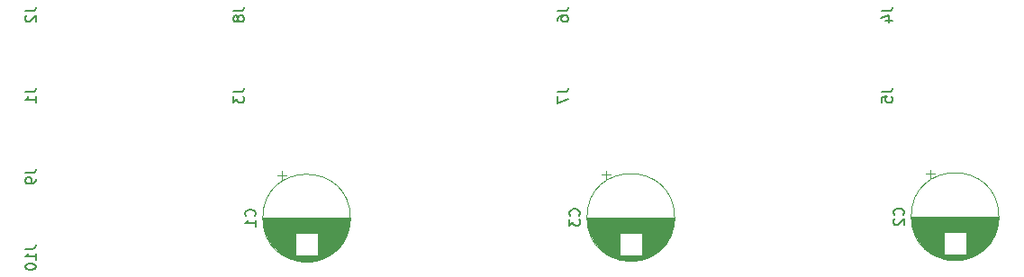
<source format=gbr>
%TF.GenerationSoftware,KiCad,Pcbnew,7.0.7*%
%TF.CreationDate,2023-09-27T10:11:38+07:00*%
%TF.ProjectId,power_module,706f7765-725f-46d6-9f64-756c652e6b69,rev?*%
%TF.SameCoordinates,Original*%
%TF.FileFunction,Legend,Bot*%
%TF.FilePolarity,Positive*%
%FSLAX46Y46*%
G04 Gerber Fmt 4.6, Leading zero omitted, Abs format (unit mm)*
G04 Created by KiCad (PCBNEW 7.0.7) date 2023-09-27 10:11:38*
%MOMM*%
%LPD*%
G01*
G04 APERTURE LIST*
%ADD10C,0.150000*%
%ADD11C,0.120000*%
G04 APERTURE END LIST*
D10*
X53556819Y-80470476D02*
X54271104Y-80470476D01*
X54271104Y-80470476D02*
X54413961Y-80422857D01*
X54413961Y-80422857D02*
X54509200Y-80327619D01*
X54509200Y-80327619D02*
X54556819Y-80184762D01*
X54556819Y-80184762D02*
X54556819Y-80089524D01*
X54556819Y-81470476D02*
X54556819Y-80899048D01*
X54556819Y-81184762D02*
X53556819Y-81184762D01*
X53556819Y-81184762D02*
X53699676Y-81089524D01*
X53699676Y-81089524D02*
X53794914Y-80994286D01*
X53794914Y-80994286D02*
X53842533Y-80899048D01*
X53556819Y-82089524D02*
X53556819Y-82184762D01*
X53556819Y-82184762D02*
X53604438Y-82280000D01*
X53604438Y-82280000D02*
X53652057Y-82327619D01*
X53652057Y-82327619D02*
X53747295Y-82375238D01*
X53747295Y-82375238D02*
X53937771Y-82422857D01*
X53937771Y-82422857D02*
X54175866Y-82422857D01*
X54175866Y-82422857D02*
X54366342Y-82375238D01*
X54366342Y-82375238D02*
X54461580Y-82327619D01*
X54461580Y-82327619D02*
X54509200Y-82280000D01*
X54509200Y-82280000D02*
X54556819Y-82184762D01*
X54556819Y-82184762D02*
X54556819Y-82089524D01*
X54556819Y-82089524D02*
X54509200Y-81994286D01*
X54509200Y-81994286D02*
X54461580Y-81946667D01*
X54461580Y-81946667D02*
X54366342Y-81899048D01*
X54366342Y-81899048D02*
X54175866Y-81851429D01*
X54175866Y-81851429D02*
X53937771Y-81851429D01*
X53937771Y-81851429D02*
X53747295Y-81899048D01*
X53747295Y-81899048D02*
X53652057Y-81946667D01*
X53652057Y-81946667D02*
X53604438Y-81994286D01*
X53604438Y-81994286D02*
X53556819Y-82089524D01*
X53556819Y-73326666D02*
X54271104Y-73326666D01*
X54271104Y-73326666D02*
X54413961Y-73279047D01*
X54413961Y-73279047D02*
X54509200Y-73183809D01*
X54509200Y-73183809D02*
X54556819Y-73040952D01*
X54556819Y-73040952D02*
X54556819Y-72945714D01*
X54556819Y-73850476D02*
X54556819Y-74040952D01*
X54556819Y-74040952D02*
X54509200Y-74136190D01*
X54509200Y-74136190D02*
X54461580Y-74183809D01*
X54461580Y-74183809D02*
X54318723Y-74279047D01*
X54318723Y-74279047D02*
X54128247Y-74326666D01*
X54128247Y-74326666D02*
X53747295Y-74326666D01*
X53747295Y-74326666D02*
X53652057Y-74279047D01*
X53652057Y-74279047D02*
X53604438Y-74231428D01*
X53604438Y-74231428D02*
X53556819Y-74136190D01*
X53556819Y-74136190D02*
X53556819Y-73945714D01*
X53556819Y-73945714D02*
X53604438Y-73850476D01*
X53604438Y-73850476D02*
X53652057Y-73802857D01*
X53652057Y-73802857D02*
X53747295Y-73755238D01*
X53747295Y-73755238D02*
X53985390Y-73755238D01*
X53985390Y-73755238D02*
X54080628Y-73802857D01*
X54080628Y-73802857D02*
X54128247Y-73850476D01*
X54128247Y-73850476D02*
X54175866Y-73945714D01*
X54175866Y-73945714D02*
X54175866Y-74136190D01*
X54175866Y-74136190D02*
X54128247Y-74231428D01*
X54128247Y-74231428D02*
X54080628Y-74279047D01*
X54080628Y-74279047D02*
X53985390Y-74326666D01*
X105599580Y-77343333D02*
X105647200Y-77295714D01*
X105647200Y-77295714D02*
X105694819Y-77152857D01*
X105694819Y-77152857D02*
X105694819Y-77057619D01*
X105694819Y-77057619D02*
X105647200Y-76914762D01*
X105647200Y-76914762D02*
X105551961Y-76819524D01*
X105551961Y-76819524D02*
X105456723Y-76771905D01*
X105456723Y-76771905D02*
X105266247Y-76724286D01*
X105266247Y-76724286D02*
X105123390Y-76724286D01*
X105123390Y-76724286D02*
X104932914Y-76771905D01*
X104932914Y-76771905D02*
X104837676Y-76819524D01*
X104837676Y-76819524D02*
X104742438Y-76914762D01*
X104742438Y-76914762D02*
X104694819Y-77057619D01*
X104694819Y-77057619D02*
X104694819Y-77152857D01*
X104694819Y-77152857D02*
X104742438Y-77295714D01*
X104742438Y-77295714D02*
X104790057Y-77343333D01*
X104694819Y-77676667D02*
X104694819Y-78295714D01*
X104694819Y-78295714D02*
X105075771Y-77962381D01*
X105075771Y-77962381D02*
X105075771Y-78105238D01*
X105075771Y-78105238D02*
X105123390Y-78200476D01*
X105123390Y-78200476D02*
X105171009Y-78248095D01*
X105171009Y-78248095D02*
X105266247Y-78295714D01*
X105266247Y-78295714D02*
X105504342Y-78295714D01*
X105504342Y-78295714D02*
X105599580Y-78248095D01*
X105599580Y-78248095D02*
X105647200Y-78200476D01*
X105647200Y-78200476D02*
X105694819Y-78105238D01*
X105694819Y-78105238D02*
X105694819Y-77819524D01*
X105694819Y-77819524D02*
X105647200Y-77724286D01*
X105647200Y-77724286D02*
X105599580Y-77676667D01*
X136079580Y-77263333D02*
X136127200Y-77215714D01*
X136127200Y-77215714D02*
X136174819Y-77072857D01*
X136174819Y-77072857D02*
X136174819Y-76977619D01*
X136174819Y-76977619D02*
X136127200Y-76834762D01*
X136127200Y-76834762D02*
X136031961Y-76739524D01*
X136031961Y-76739524D02*
X135936723Y-76691905D01*
X135936723Y-76691905D02*
X135746247Y-76644286D01*
X135746247Y-76644286D02*
X135603390Y-76644286D01*
X135603390Y-76644286D02*
X135412914Y-76691905D01*
X135412914Y-76691905D02*
X135317676Y-76739524D01*
X135317676Y-76739524D02*
X135222438Y-76834762D01*
X135222438Y-76834762D02*
X135174819Y-76977619D01*
X135174819Y-76977619D02*
X135174819Y-77072857D01*
X135174819Y-77072857D02*
X135222438Y-77215714D01*
X135222438Y-77215714D02*
X135270057Y-77263333D01*
X135270057Y-77644286D02*
X135222438Y-77691905D01*
X135222438Y-77691905D02*
X135174819Y-77787143D01*
X135174819Y-77787143D02*
X135174819Y-78025238D01*
X135174819Y-78025238D02*
X135222438Y-78120476D01*
X135222438Y-78120476D02*
X135270057Y-78168095D01*
X135270057Y-78168095D02*
X135365295Y-78215714D01*
X135365295Y-78215714D02*
X135460533Y-78215714D01*
X135460533Y-78215714D02*
X135603390Y-78168095D01*
X135603390Y-78168095D02*
X136174819Y-77596667D01*
X136174819Y-77596667D02*
X136174819Y-78215714D01*
X75119580Y-77400682D02*
X75167200Y-77353063D01*
X75167200Y-77353063D02*
X75214819Y-77210206D01*
X75214819Y-77210206D02*
X75214819Y-77114968D01*
X75214819Y-77114968D02*
X75167200Y-76972111D01*
X75167200Y-76972111D02*
X75071961Y-76876873D01*
X75071961Y-76876873D02*
X74976723Y-76829254D01*
X74976723Y-76829254D02*
X74786247Y-76781635D01*
X74786247Y-76781635D02*
X74643390Y-76781635D01*
X74643390Y-76781635D02*
X74452914Y-76829254D01*
X74452914Y-76829254D02*
X74357676Y-76876873D01*
X74357676Y-76876873D02*
X74262438Y-76972111D01*
X74262438Y-76972111D02*
X74214819Y-77114968D01*
X74214819Y-77114968D02*
X74214819Y-77210206D01*
X74214819Y-77210206D02*
X74262438Y-77353063D01*
X74262438Y-77353063D02*
X74310057Y-77400682D01*
X75214819Y-78353063D02*
X75214819Y-77781635D01*
X75214819Y-78067349D02*
X74214819Y-78067349D01*
X74214819Y-78067349D02*
X74357676Y-77972111D01*
X74357676Y-77972111D02*
X74452914Y-77876873D01*
X74452914Y-77876873D02*
X74500533Y-77781635D01*
X73114819Y-58086666D02*
X73829104Y-58086666D01*
X73829104Y-58086666D02*
X73971961Y-58039047D01*
X73971961Y-58039047D02*
X74067200Y-57943809D01*
X74067200Y-57943809D02*
X74114819Y-57800952D01*
X74114819Y-57800952D02*
X74114819Y-57705714D01*
X73543390Y-58705714D02*
X73495771Y-58610476D01*
X73495771Y-58610476D02*
X73448152Y-58562857D01*
X73448152Y-58562857D02*
X73352914Y-58515238D01*
X73352914Y-58515238D02*
X73305295Y-58515238D01*
X73305295Y-58515238D02*
X73210057Y-58562857D01*
X73210057Y-58562857D02*
X73162438Y-58610476D01*
X73162438Y-58610476D02*
X73114819Y-58705714D01*
X73114819Y-58705714D02*
X73114819Y-58896190D01*
X73114819Y-58896190D02*
X73162438Y-58991428D01*
X73162438Y-58991428D02*
X73210057Y-59039047D01*
X73210057Y-59039047D02*
X73305295Y-59086666D01*
X73305295Y-59086666D02*
X73352914Y-59086666D01*
X73352914Y-59086666D02*
X73448152Y-59039047D01*
X73448152Y-59039047D02*
X73495771Y-58991428D01*
X73495771Y-58991428D02*
X73543390Y-58896190D01*
X73543390Y-58896190D02*
X73543390Y-58705714D01*
X73543390Y-58705714D02*
X73591009Y-58610476D01*
X73591009Y-58610476D02*
X73638628Y-58562857D01*
X73638628Y-58562857D02*
X73733866Y-58515238D01*
X73733866Y-58515238D02*
X73924342Y-58515238D01*
X73924342Y-58515238D02*
X74019580Y-58562857D01*
X74019580Y-58562857D02*
X74067200Y-58610476D01*
X74067200Y-58610476D02*
X74114819Y-58705714D01*
X74114819Y-58705714D02*
X74114819Y-58896190D01*
X74114819Y-58896190D02*
X74067200Y-58991428D01*
X74067200Y-58991428D02*
X74019580Y-59039047D01*
X74019580Y-59039047D02*
X73924342Y-59086666D01*
X73924342Y-59086666D02*
X73733866Y-59086666D01*
X73733866Y-59086666D02*
X73638628Y-59039047D01*
X73638628Y-59039047D02*
X73591009Y-58991428D01*
X73591009Y-58991428D02*
X73543390Y-58896190D01*
X103594819Y-65706666D02*
X104309104Y-65706666D01*
X104309104Y-65706666D02*
X104451961Y-65659047D01*
X104451961Y-65659047D02*
X104547200Y-65563809D01*
X104547200Y-65563809D02*
X104594819Y-65420952D01*
X104594819Y-65420952D02*
X104594819Y-65325714D01*
X103594819Y-66087619D02*
X103594819Y-66754285D01*
X103594819Y-66754285D02*
X104594819Y-66325714D01*
X103594819Y-58086666D02*
X104309104Y-58086666D01*
X104309104Y-58086666D02*
X104451961Y-58039047D01*
X104451961Y-58039047D02*
X104547200Y-57943809D01*
X104547200Y-57943809D02*
X104594819Y-57800952D01*
X104594819Y-57800952D02*
X104594819Y-57705714D01*
X103594819Y-58991428D02*
X103594819Y-58800952D01*
X103594819Y-58800952D02*
X103642438Y-58705714D01*
X103642438Y-58705714D02*
X103690057Y-58658095D01*
X103690057Y-58658095D02*
X103832914Y-58562857D01*
X103832914Y-58562857D02*
X104023390Y-58515238D01*
X104023390Y-58515238D02*
X104404342Y-58515238D01*
X104404342Y-58515238D02*
X104499580Y-58562857D01*
X104499580Y-58562857D02*
X104547200Y-58610476D01*
X104547200Y-58610476D02*
X104594819Y-58705714D01*
X104594819Y-58705714D02*
X104594819Y-58896190D01*
X104594819Y-58896190D02*
X104547200Y-58991428D01*
X104547200Y-58991428D02*
X104499580Y-59039047D01*
X104499580Y-59039047D02*
X104404342Y-59086666D01*
X104404342Y-59086666D02*
X104166247Y-59086666D01*
X104166247Y-59086666D02*
X104071009Y-59039047D01*
X104071009Y-59039047D02*
X104023390Y-58991428D01*
X104023390Y-58991428D02*
X103975771Y-58896190D01*
X103975771Y-58896190D02*
X103975771Y-58705714D01*
X103975771Y-58705714D02*
X104023390Y-58610476D01*
X104023390Y-58610476D02*
X104071009Y-58562857D01*
X104071009Y-58562857D02*
X104166247Y-58515238D01*
X134074819Y-65706666D02*
X134789104Y-65706666D01*
X134789104Y-65706666D02*
X134931961Y-65659047D01*
X134931961Y-65659047D02*
X135027200Y-65563809D01*
X135027200Y-65563809D02*
X135074819Y-65420952D01*
X135074819Y-65420952D02*
X135074819Y-65325714D01*
X134074819Y-66659047D02*
X134074819Y-66182857D01*
X134074819Y-66182857D02*
X134551009Y-66135238D01*
X134551009Y-66135238D02*
X134503390Y-66182857D01*
X134503390Y-66182857D02*
X134455771Y-66278095D01*
X134455771Y-66278095D02*
X134455771Y-66516190D01*
X134455771Y-66516190D02*
X134503390Y-66611428D01*
X134503390Y-66611428D02*
X134551009Y-66659047D01*
X134551009Y-66659047D02*
X134646247Y-66706666D01*
X134646247Y-66706666D02*
X134884342Y-66706666D01*
X134884342Y-66706666D02*
X134979580Y-66659047D01*
X134979580Y-66659047D02*
X135027200Y-66611428D01*
X135027200Y-66611428D02*
X135074819Y-66516190D01*
X135074819Y-66516190D02*
X135074819Y-66278095D01*
X135074819Y-66278095D02*
X135027200Y-66182857D01*
X135027200Y-66182857D02*
X134979580Y-66135238D01*
X134074819Y-58086666D02*
X134789104Y-58086666D01*
X134789104Y-58086666D02*
X134931961Y-58039047D01*
X134931961Y-58039047D02*
X135027200Y-57943809D01*
X135027200Y-57943809D02*
X135074819Y-57800952D01*
X135074819Y-57800952D02*
X135074819Y-57705714D01*
X134408152Y-58991428D02*
X135074819Y-58991428D01*
X134027200Y-58753333D02*
X134741485Y-58515238D01*
X134741485Y-58515238D02*
X134741485Y-59134285D01*
X73114819Y-65706666D02*
X73829104Y-65706666D01*
X73829104Y-65706666D02*
X73971961Y-65659047D01*
X73971961Y-65659047D02*
X74067200Y-65563809D01*
X74067200Y-65563809D02*
X74114819Y-65420952D01*
X74114819Y-65420952D02*
X74114819Y-65325714D01*
X73114819Y-66087619D02*
X73114819Y-66706666D01*
X73114819Y-66706666D02*
X73495771Y-66373333D01*
X73495771Y-66373333D02*
X73495771Y-66516190D01*
X73495771Y-66516190D02*
X73543390Y-66611428D01*
X73543390Y-66611428D02*
X73591009Y-66659047D01*
X73591009Y-66659047D02*
X73686247Y-66706666D01*
X73686247Y-66706666D02*
X73924342Y-66706666D01*
X73924342Y-66706666D02*
X74019580Y-66659047D01*
X74019580Y-66659047D02*
X74067200Y-66611428D01*
X74067200Y-66611428D02*
X74114819Y-66516190D01*
X74114819Y-66516190D02*
X74114819Y-66230476D01*
X74114819Y-66230476D02*
X74067200Y-66135238D01*
X74067200Y-66135238D02*
X74019580Y-66087619D01*
X53556819Y-58086666D02*
X54271104Y-58086666D01*
X54271104Y-58086666D02*
X54413961Y-58039047D01*
X54413961Y-58039047D02*
X54509200Y-57943809D01*
X54509200Y-57943809D02*
X54556819Y-57800952D01*
X54556819Y-57800952D02*
X54556819Y-57705714D01*
X53652057Y-58515238D02*
X53604438Y-58562857D01*
X53604438Y-58562857D02*
X53556819Y-58658095D01*
X53556819Y-58658095D02*
X53556819Y-58896190D01*
X53556819Y-58896190D02*
X53604438Y-58991428D01*
X53604438Y-58991428D02*
X53652057Y-59039047D01*
X53652057Y-59039047D02*
X53747295Y-59086666D01*
X53747295Y-59086666D02*
X53842533Y-59086666D01*
X53842533Y-59086666D02*
X53985390Y-59039047D01*
X53985390Y-59039047D02*
X54556819Y-58467619D01*
X54556819Y-58467619D02*
X54556819Y-59086666D01*
X53556819Y-65706666D02*
X54271104Y-65706666D01*
X54271104Y-65706666D02*
X54413961Y-65659047D01*
X54413961Y-65659047D02*
X54509200Y-65563809D01*
X54509200Y-65563809D02*
X54556819Y-65420952D01*
X54556819Y-65420952D02*
X54556819Y-65325714D01*
X54556819Y-66706666D02*
X54556819Y-66135238D01*
X54556819Y-66420952D02*
X53556819Y-66420952D01*
X53556819Y-66420952D02*
X53699676Y-66325714D01*
X53699676Y-66325714D02*
X53794914Y-66230476D01*
X53794914Y-66230476D02*
X53842533Y-66135238D01*
D11*
%TO.C,C3*%
X106523000Y-78471000D02*
X114457000Y-78471000D01*
X108938000Y-81311000D02*
X112042000Y-81311000D01*
X108324000Y-80991000D02*
X109450000Y-80991000D01*
X111530000Y-79191000D02*
X114212000Y-79191000D01*
X107545000Y-80351000D02*
X109450000Y-80351000D01*
X106488000Y-78311000D02*
X114492000Y-78311000D01*
X111530000Y-79511000D02*
X114052000Y-79511000D01*
X106533000Y-78511000D02*
X114447000Y-78511000D01*
X111530000Y-79751000D02*
X113908000Y-79751000D01*
X106685000Y-78991000D02*
X109450000Y-78991000D01*
X111530000Y-80111000D02*
X113646000Y-80111000D01*
X109037000Y-81351000D02*
X111943000Y-81351000D01*
X106496000Y-78351000D02*
X114484000Y-78351000D01*
X106416000Y-77750000D02*
X114564000Y-77750000D01*
X108526000Y-81111000D02*
X112454000Y-81111000D01*
X106438000Y-77990000D02*
X114542000Y-77990000D01*
X111530000Y-80591000D02*
X113187000Y-80591000D01*
X111530000Y-80711000D02*
X113046000Y-80711000D01*
X109957000Y-81591000D02*
X111023000Y-81591000D01*
X111530000Y-80391000D02*
X113397000Y-80391000D01*
X111530000Y-79831000D02*
X113855000Y-79831000D01*
X106433000Y-77950000D02*
X114547000Y-77950000D01*
X106410000Y-77590000D02*
X114570000Y-77590000D01*
X111530000Y-79871000D02*
X113828000Y-79871000D01*
X106950000Y-79551000D02*
X109450000Y-79551000D01*
X107839000Y-80631000D02*
X109450000Y-80631000D01*
X108203000Y-80911000D02*
X109450000Y-80911000D01*
X107934000Y-80711000D02*
X109450000Y-80711000D01*
X107072000Y-79751000D02*
X109450000Y-79751000D01*
X111530000Y-80191000D02*
X113580000Y-80191000D01*
X107749000Y-80551000D02*
X109450000Y-80551000D01*
X111530000Y-78991000D02*
X114295000Y-78991000D01*
X109261000Y-81431000D02*
X111719000Y-81431000D01*
X106588000Y-78711000D02*
X114392000Y-78711000D01*
X106786000Y-79231000D02*
X109450000Y-79231000D01*
X107334000Y-80111000D02*
X109450000Y-80111000D01*
X108175000Y-73100302D02*
X108175000Y-73900302D01*
X106505000Y-78391000D02*
X114475000Y-78391000D01*
X106613000Y-78791000D02*
X114367000Y-78791000D01*
X106460000Y-78150000D02*
X114520000Y-78150000D01*
X106733000Y-79111000D02*
X109450000Y-79111000D01*
X107435000Y-80231000D02*
X109450000Y-80231000D01*
X108388000Y-81031000D02*
X109450000Y-81031000D01*
X106576000Y-78671000D02*
X114404000Y-78671000D01*
X107152000Y-79871000D02*
X109450000Y-79871000D01*
X109542000Y-81511000D02*
X111438000Y-81511000D01*
X106804000Y-79271000D02*
X109450000Y-79271000D01*
X108677000Y-81191000D02*
X112303000Y-81191000D01*
X111530000Y-79631000D02*
X113983000Y-79631000D01*
X106627000Y-78831000D02*
X114353000Y-78831000D01*
X106843000Y-79351000D02*
X109450000Y-79351000D01*
X111530000Y-80351000D02*
X113435000Y-80351000D01*
X109144000Y-81391000D02*
X111836000Y-81391000D01*
X111530000Y-79591000D02*
X114007000Y-79591000D01*
X107775000Y-73500302D02*
X108575000Y-73500302D01*
X107098000Y-79791000D02*
X109450000Y-79791000D01*
X106768000Y-79191000D02*
X109450000Y-79191000D01*
X111530000Y-79151000D02*
X114230000Y-79151000D01*
X106554000Y-78591000D02*
X114426000Y-78591000D01*
X111530000Y-79671000D02*
X113959000Y-79671000D01*
X111530000Y-80231000D02*
X113545000Y-80231000D01*
X107366000Y-80151000D02*
X109450000Y-80151000D01*
X106422000Y-77830000D02*
X114558000Y-77830000D01*
X111530000Y-79071000D02*
X114264000Y-79071000D01*
X108036000Y-80791000D02*
X109450000Y-80791000D01*
X111530000Y-80951000D02*
X112718000Y-80951000D01*
X106565000Y-78631000D02*
X114415000Y-78631000D01*
X108845000Y-81271000D02*
X112135000Y-81271000D01*
X107046000Y-79711000D02*
X109450000Y-79711000D01*
X106448000Y-78070000D02*
X114532000Y-78070000D01*
X111530000Y-80151000D02*
X113614000Y-80151000D01*
X107886000Y-80671000D02*
X109450000Y-80671000D01*
X111530000Y-81031000D02*
X112592000Y-81031000D01*
X109392000Y-81471000D02*
X111588000Y-81471000D01*
X106906000Y-79471000D02*
X109450000Y-79471000D01*
X107301000Y-80071000D02*
X109450000Y-80071000D01*
X106514000Y-78431000D02*
X114466000Y-78431000D01*
X107706000Y-80511000D02*
X109450000Y-80511000D01*
X106601000Y-78751000D02*
X114379000Y-78751000D01*
X109722000Y-81551000D02*
X111258000Y-81551000D01*
X111530000Y-79031000D02*
X114280000Y-79031000D01*
X111530000Y-79551000D02*
X114030000Y-79551000D01*
X106884000Y-79431000D02*
X109450000Y-79431000D01*
X111530000Y-79711000D02*
X113934000Y-79711000D01*
X111530000Y-79311000D02*
X114156000Y-79311000D01*
X111530000Y-79471000D02*
X114074000Y-79471000D01*
X111530000Y-80271000D02*
X113509000Y-80271000D01*
X111530000Y-80831000D02*
X112890000Y-80831000D01*
X106453000Y-78110000D02*
X114527000Y-78110000D01*
X111530000Y-79351000D02*
X114137000Y-79351000D01*
X111530000Y-79271000D02*
X114176000Y-79271000D01*
X111530000Y-79391000D02*
X114117000Y-79391000D01*
X106425000Y-77870000D02*
X114555000Y-77870000D01*
X106442000Y-78030000D02*
X114538000Y-78030000D01*
X108600000Y-81151000D02*
X112380000Y-81151000D01*
X106473000Y-78231000D02*
X114507000Y-78231000D01*
X106655000Y-78911000D02*
X114325000Y-78911000D01*
X111530000Y-79791000D02*
X113882000Y-79791000D01*
X111530000Y-79951000D02*
X113770000Y-79951000D01*
X107471000Y-80271000D02*
X109450000Y-80271000D01*
X111530000Y-79111000D02*
X114247000Y-79111000D01*
X108090000Y-80831000D02*
X109450000Y-80831000D01*
X107125000Y-79831000D02*
X109450000Y-79831000D01*
X106824000Y-79311000D02*
X109450000Y-79311000D01*
X106419000Y-77790000D02*
X114561000Y-77790000D01*
X107507000Y-80311000D02*
X109450000Y-80311000D01*
X111530000Y-80751000D02*
X112995000Y-80751000D01*
X106669000Y-78951000D02*
X114311000Y-78951000D01*
X106411000Y-77630000D02*
X114569000Y-77630000D01*
X108262000Y-80951000D02*
X109450000Y-80951000D01*
X111530000Y-80671000D02*
X113094000Y-80671000D01*
X111530000Y-79431000D02*
X114096000Y-79431000D01*
X106413000Y-77670000D02*
X114567000Y-77670000D01*
X111530000Y-79991000D02*
X113740000Y-79991000D01*
X106716000Y-79071000D02*
X109450000Y-79071000D01*
X111530000Y-80311000D02*
X113473000Y-80311000D01*
X106973000Y-79591000D02*
X109450000Y-79591000D01*
X107664000Y-80471000D02*
X109450000Y-80471000D01*
X106750000Y-79151000D02*
X109450000Y-79151000D01*
X111530000Y-80511000D02*
X113274000Y-80511000D01*
X111530000Y-80551000D02*
X113231000Y-80551000D01*
X106410000Y-77550000D02*
X114570000Y-77550000D01*
X106466000Y-78190000D02*
X114514000Y-78190000D01*
X106543000Y-78551000D02*
X114437000Y-78551000D01*
X111530000Y-80871000D02*
X112835000Y-80871000D01*
X107021000Y-79671000D02*
X109450000Y-79671000D01*
X106410000Y-77510000D02*
X114570000Y-77510000D01*
X107270000Y-80031000D02*
X109450000Y-80031000D01*
X108145000Y-80871000D02*
X109450000Y-80871000D01*
X107400000Y-80191000D02*
X109450000Y-80191000D01*
X107985000Y-80751000D02*
X109450000Y-80751000D01*
X111530000Y-80791000D02*
X112944000Y-80791000D01*
X106928000Y-79511000D02*
X109450000Y-79511000D01*
X111530000Y-79231000D02*
X114194000Y-79231000D01*
X111530000Y-80911000D02*
X112777000Y-80911000D01*
X106429000Y-77910000D02*
X114551000Y-77910000D01*
X107793000Y-80591000D02*
X109450000Y-80591000D01*
X108456000Y-81071000D02*
X112524000Y-81071000D01*
X111530000Y-80031000D02*
X113710000Y-80031000D01*
X107583000Y-80391000D02*
X109450000Y-80391000D01*
X111530000Y-79911000D02*
X113799000Y-79911000D01*
X106700000Y-79031000D02*
X109450000Y-79031000D01*
X111530000Y-80631000D02*
X113141000Y-80631000D01*
X106480000Y-78271000D02*
X114500000Y-78271000D01*
X111530000Y-80431000D02*
X113357000Y-80431000D01*
X111530000Y-80071000D02*
X113679000Y-80071000D01*
X107623000Y-80431000D02*
X109450000Y-80431000D01*
X111530000Y-80471000D02*
X113316000Y-80471000D01*
X107181000Y-79911000D02*
X109450000Y-79911000D01*
X107210000Y-79951000D02*
X109450000Y-79951000D01*
X106414000Y-77710000D02*
X114566000Y-77710000D01*
X107240000Y-79991000D02*
X109450000Y-79991000D01*
X106863000Y-79391000D02*
X109450000Y-79391000D01*
X106997000Y-79631000D02*
X109450000Y-79631000D01*
X111530000Y-80991000D02*
X112656000Y-80991000D01*
X108759000Y-81231000D02*
X112221000Y-81231000D01*
X106640000Y-78871000D02*
X114340000Y-78871000D01*
X114610000Y-77510000D02*
G75*
G03*
X114610000Y-77510000I-4120000J0D01*
G01*
%TO.C,C2*%
X137003000Y-78391000D02*
X144937000Y-78391000D01*
X139418000Y-81231000D02*
X142522000Y-81231000D01*
X138804000Y-80911000D02*
X139930000Y-80911000D01*
X142010000Y-79111000D02*
X144692000Y-79111000D01*
X138025000Y-80271000D02*
X139930000Y-80271000D01*
X136968000Y-78231000D02*
X144972000Y-78231000D01*
X142010000Y-79431000D02*
X144532000Y-79431000D01*
X137013000Y-78431000D02*
X144927000Y-78431000D01*
X142010000Y-79671000D02*
X144388000Y-79671000D01*
X137165000Y-78911000D02*
X139930000Y-78911000D01*
X142010000Y-80031000D02*
X144126000Y-80031000D01*
X139517000Y-81271000D02*
X142423000Y-81271000D01*
X136976000Y-78271000D02*
X144964000Y-78271000D01*
X136896000Y-77670000D02*
X145044000Y-77670000D01*
X139006000Y-81031000D02*
X142934000Y-81031000D01*
X136918000Y-77910000D02*
X145022000Y-77910000D01*
X142010000Y-80511000D02*
X143667000Y-80511000D01*
X142010000Y-80631000D02*
X143526000Y-80631000D01*
X140437000Y-81511000D02*
X141503000Y-81511000D01*
X142010000Y-80311000D02*
X143877000Y-80311000D01*
X142010000Y-79751000D02*
X144335000Y-79751000D01*
X136913000Y-77870000D02*
X145027000Y-77870000D01*
X136890000Y-77510000D02*
X145050000Y-77510000D01*
X142010000Y-79791000D02*
X144308000Y-79791000D01*
X137430000Y-79471000D02*
X139930000Y-79471000D01*
X138319000Y-80551000D02*
X139930000Y-80551000D01*
X138683000Y-80831000D02*
X139930000Y-80831000D01*
X138414000Y-80631000D02*
X139930000Y-80631000D01*
X137552000Y-79671000D02*
X139930000Y-79671000D01*
X142010000Y-80111000D02*
X144060000Y-80111000D01*
X138229000Y-80471000D02*
X139930000Y-80471000D01*
X142010000Y-78911000D02*
X144775000Y-78911000D01*
X139741000Y-81351000D02*
X142199000Y-81351000D01*
X137068000Y-78631000D02*
X144872000Y-78631000D01*
X137266000Y-79151000D02*
X139930000Y-79151000D01*
X137814000Y-80031000D02*
X139930000Y-80031000D01*
X138655000Y-73020302D02*
X138655000Y-73820302D01*
X136985000Y-78311000D02*
X144955000Y-78311000D01*
X137093000Y-78711000D02*
X144847000Y-78711000D01*
X136940000Y-78070000D02*
X145000000Y-78070000D01*
X137213000Y-79031000D02*
X139930000Y-79031000D01*
X137915000Y-80151000D02*
X139930000Y-80151000D01*
X138868000Y-80951000D02*
X139930000Y-80951000D01*
X137056000Y-78591000D02*
X144884000Y-78591000D01*
X137632000Y-79791000D02*
X139930000Y-79791000D01*
X140022000Y-81431000D02*
X141918000Y-81431000D01*
X137284000Y-79191000D02*
X139930000Y-79191000D01*
X139157000Y-81111000D02*
X142783000Y-81111000D01*
X142010000Y-79551000D02*
X144463000Y-79551000D01*
X137107000Y-78751000D02*
X144833000Y-78751000D01*
X137323000Y-79271000D02*
X139930000Y-79271000D01*
X142010000Y-80271000D02*
X143915000Y-80271000D01*
X139624000Y-81311000D02*
X142316000Y-81311000D01*
X142010000Y-79511000D02*
X144487000Y-79511000D01*
X138255000Y-73420302D02*
X139055000Y-73420302D01*
X137578000Y-79711000D02*
X139930000Y-79711000D01*
X137248000Y-79111000D02*
X139930000Y-79111000D01*
X142010000Y-79071000D02*
X144710000Y-79071000D01*
X137034000Y-78511000D02*
X144906000Y-78511000D01*
X142010000Y-79591000D02*
X144439000Y-79591000D01*
X142010000Y-80151000D02*
X144025000Y-80151000D01*
X137846000Y-80071000D02*
X139930000Y-80071000D01*
X136902000Y-77750000D02*
X145038000Y-77750000D01*
X142010000Y-78991000D02*
X144744000Y-78991000D01*
X138516000Y-80711000D02*
X139930000Y-80711000D01*
X142010000Y-80871000D02*
X143198000Y-80871000D01*
X137045000Y-78551000D02*
X144895000Y-78551000D01*
X139325000Y-81191000D02*
X142615000Y-81191000D01*
X137526000Y-79631000D02*
X139930000Y-79631000D01*
X136928000Y-77990000D02*
X145012000Y-77990000D01*
X142010000Y-80071000D02*
X144094000Y-80071000D01*
X138366000Y-80591000D02*
X139930000Y-80591000D01*
X142010000Y-80951000D02*
X143072000Y-80951000D01*
X139872000Y-81391000D02*
X142068000Y-81391000D01*
X137386000Y-79391000D02*
X139930000Y-79391000D01*
X137781000Y-79991000D02*
X139930000Y-79991000D01*
X136994000Y-78351000D02*
X144946000Y-78351000D01*
X138186000Y-80431000D02*
X139930000Y-80431000D01*
X137081000Y-78671000D02*
X144859000Y-78671000D01*
X140202000Y-81471000D02*
X141738000Y-81471000D01*
X142010000Y-78951000D02*
X144760000Y-78951000D01*
X142010000Y-79471000D02*
X144510000Y-79471000D01*
X137364000Y-79351000D02*
X139930000Y-79351000D01*
X142010000Y-79631000D02*
X144414000Y-79631000D01*
X142010000Y-79231000D02*
X144636000Y-79231000D01*
X142010000Y-79391000D02*
X144554000Y-79391000D01*
X142010000Y-80191000D02*
X143989000Y-80191000D01*
X142010000Y-80751000D02*
X143370000Y-80751000D01*
X136933000Y-78030000D02*
X145007000Y-78030000D01*
X142010000Y-79271000D02*
X144617000Y-79271000D01*
X142010000Y-79191000D02*
X144656000Y-79191000D01*
X142010000Y-79311000D02*
X144597000Y-79311000D01*
X136905000Y-77790000D02*
X145035000Y-77790000D01*
X136922000Y-77950000D02*
X145018000Y-77950000D01*
X139080000Y-81071000D02*
X142860000Y-81071000D01*
X136953000Y-78151000D02*
X144987000Y-78151000D01*
X137135000Y-78831000D02*
X144805000Y-78831000D01*
X142010000Y-79711000D02*
X144362000Y-79711000D01*
X142010000Y-79871000D02*
X144250000Y-79871000D01*
X137951000Y-80191000D02*
X139930000Y-80191000D01*
X142010000Y-79031000D02*
X144727000Y-79031000D01*
X138570000Y-80751000D02*
X139930000Y-80751000D01*
X137605000Y-79751000D02*
X139930000Y-79751000D01*
X137304000Y-79231000D02*
X139930000Y-79231000D01*
X136899000Y-77710000D02*
X145041000Y-77710000D01*
X137987000Y-80231000D02*
X139930000Y-80231000D01*
X142010000Y-80671000D02*
X143475000Y-80671000D01*
X137149000Y-78871000D02*
X144791000Y-78871000D01*
X136891000Y-77550000D02*
X145049000Y-77550000D01*
X138742000Y-80871000D02*
X139930000Y-80871000D01*
X142010000Y-80591000D02*
X143574000Y-80591000D01*
X142010000Y-79351000D02*
X144576000Y-79351000D01*
X136893000Y-77590000D02*
X145047000Y-77590000D01*
X142010000Y-79911000D02*
X144220000Y-79911000D01*
X137196000Y-78991000D02*
X139930000Y-78991000D01*
X142010000Y-80231000D02*
X143953000Y-80231000D01*
X137453000Y-79511000D02*
X139930000Y-79511000D01*
X138144000Y-80391000D02*
X139930000Y-80391000D01*
X137230000Y-79071000D02*
X139930000Y-79071000D01*
X142010000Y-80431000D02*
X143754000Y-80431000D01*
X142010000Y-80471000D02*
X143711000Y-80471000D01*
X136890000Y-77470000D02*
X145050000Y-77470000D01*
X136946000Y-78110000D02*
X144994000Y-78110000D01*
X137023000Y-78471000D02*
X144917000Y-78471000D01*
X142010000Y-80791000D02*
X143315000Y-80791000D01*
X137501000Y-79591000D02*
X139930000Y-79591000D01*
X136890000Y-77430000D02*
X145050000Y-77430000D01*
X137750000Y-79951000D02*
X139930000Y-79951000D01*
X138625000Y-80791000D02*
X139930000Y-80791000D01*
X137880000Y-80111000D02*
X139930000Y-80111000D01*
X138465000Y-80671000D02*
X139930000Y-80671000D01*
X142010000Y-80711000D02*
X143424000Y-80711000D01*
X137408000Y-79431000D02*
X139930000Y-79431000D01*
X142010000Y-79151000D02*
X144674000Y-79151000D01*
X142010000Y-80831000D02*
X143257000Y-80831000D01*
X136909000Y-77830000D02*
X145031000Y-77830000D01*
X138273000Y-80511000D02*
X139930000Y-80511000D01*
X138936000Y-80991000D02*
X143004000Y-80991000D01*
X142010000Y-79951000D02*
X144190000Y-79951000D01*
X138063000Y-80311000D02*
X139930000Y-80311000D01*
X142010000Y-79831000D02*
X144279000Y-79831000D01*
X137180000Y-78951000D02*
X139930000Y-78951000D01*
X142010000Y-80551000D02*
X143621000Y-80551000D01*
X136960000Y-78191000D02*
X144980000Y-78191000D01*
X142010000Y-80351000D02*
X143837000Y-80351000D01*
X142010000Y-79991000D02*
X144159000Y-79991000D01*
X138103000Y-80351000D02*
X139930000Y-80351000D01*
X142010000Y-80391000D02*
X143796000Y-80391000D01*
X137661000Y-79831000D02*
X139930000Y-79831000D01*
X137690000Y-79871000D02*
X139930000Y-79871000D01*
X136894000Y-77630000D02*
X145046000Y-77630000D01*
X137720000Y-79911000D02*
X139930000Y-79911000D01*
X137343000Y-79311000D02*
X139930000Y-79311000D01*
X137477000Y-79551000D02*
X139930000Y-79551000D01*
X142010000Y-80911000D02*
X143136000Y-80911000D01*
X139239000Y-81151000D02*
X142701000Y-81151000D01*
X137120000Y-78791000D02*
X144820000Y-78791000D01*
X145090000Y-77430000D02*
G75*
G03*
X145090000Y-77430000I-4120000J0D01*
G01*
%TO.C,C1*%
X76043000Y-78528349D02*
X83977000Y-78528349D01*
X78458000Y-81368349D02*
X81562000Y-81368349D01*
X77844000Y-81048349D02*
X78970000Y-81048349D01*
X81050000Y-79248349D02*
X83732000Y-79248349D01*
X77065000Y-80408349D02*
X78970000Y-80408349D01*
X76008000Y-78368349D02*
X84012000Y-78368349D01*
X81050000Y-79568349D02*
X83572000Y-79568349D01*
X76053000Y-78568349D02*
X83967000Y-78568349D01*
X81050000Y-79808349D02*
X83428000Y-79808349D01*
X76205000Y-79048349D02*
X78970000Y-79048349D01*
X81050000Y-80168349D02*
X83166000Y-80168349D01*
X78557000Y-81408349D02*
X81463000Y-81408349D01*
X76016000Y-78408349D02*
X84004000Y-78408349D01*
X75936000Y-77807349D02*
X84084000Y-77807349D01*
X78046000Y-81168349D02*
X81974000Y-81168349D01*
X75958000Y-78047349D02*
X84062000Y-78047349D01*
X81050000Y-80648349D02*
X82707000Y-80648349D01*
X81050000Y-80768349D02*
X82566000Y-80768349D01*
X79477000Y-81648349D02*
X80543000Y-81648349D01*
X81050000Y-80448349D02*
X82917000Y-80448349D01*
X81050000Y-79888349D02*
X83375000Y-79888349D01*
X75953000Y-78007349D02*
X84067000Y-78007349D01*
X75930000Y-77647349D02*
X84090000Y-77647349D01*
X81050000Y-79928349D02*
X83348000Y-79928349D01*
X76470000Y-79608349D02*
X78970000Y-79608349D01*
X77359000Y-80688349D02*
X78970000Y-80688349D01*
X77723000Y-80968349D02*
X78970000Y-80968349D01*
X77454000Y-80768349D02*
X78970000Y-80768349D01*
X76592000Y-79808349D02*
X78970000Y-79808349D01*
X81050000Y-80248349D02*
X83100000Y-80248349D01*
X77269000Y-80608349D02*
X78970000Y-80608349D01*
X81050000Y-79048349D02*
X83815000Y-79048349D01*
X78781000Y-81488349D02*
X81239000Y-81488349D01*
X76108000Y-78768349D02*
X83912000Y-78768349D01*
X76306000Y-79288349D02*
X78970000Y-79288349D01*
X76854000Y-80168349D02*
X78970000Y-80168349D01*
X77695000Y-73157651D02*
X77695000Y-73957651D01*
X76025000Y-78448349D02*
X83995000Y-78448349D01*
X76133000Y-78848349D02*
X83887000Y-78848349D01*
X75980000Y-78207349D02*
X84040000Y-78207349D01*
X76253000Y-79168349D02*
X78970000Y-79168349D01*
X76955000Y-80288349D02*
X78970000Y-80288349D01*
X77908000Y-81088349D02*
X78970000Y-81088349D01*
X76096000Y-78728349D02*
X83924000Y-78728349D01*
X76672000Y-79928349D02*
X78970000Y-79928349D01*
X79062000Y-81568349D02*
X80958000Y-81568349D01*
X76324000Y-79328349D02*
X78970000Y-79328349D01*
X78197000Y-81248349D02*
X81823000Y-81248349D01*
X81050000Y-79688349D02*
X83503000Y-79688349D01*
X76147000Y-78888349D02*
X83873000Y-78888349D01*
X76363000Y-79408349D02*
X78970000Y-79408349D01*
X81050000Y-80408349D02*
X82955000Y-80408349D01*
X78664000Y-81448349D02*
X81356000Y-81448349D01*
X81050000Y-79648349D02*
X83527000Y-79648349D01*
X77295000Y-73557651D02*
X78095000Y-73557651D01*
X76618000Y-79848349D02*
X78970000Y-79848349D01*
X76288000Y-79248349D02*
X78970000Y-79248349D01*
X81050000Y-79208349D02*
X83750000Y-79208349D01*
X76074000Y-78648349D02*
X83946000Y-78648349D01*
X81050000Y-79728349D02*
X83479000Y-79728349D01*
X81050000Y-80288349D02*
X83065000Y-80288349D01*
X76886000Y-80208349D02*
X78970000Y-80208349D01*
X75942000Y-77887349D02*
X84078000Y-77887349D01*
X81050000Y-79128349D02*
X83784000Y-79128349D01*
X77556000Y-80848349D02*
X78970000Y-80848349D01*
X81050000Y-81008349D02*
X82238000Y-81008349D01*
X76085000Y-78688349D02*
X83935000Y-78688349D01*
X78365000Y-81328349D02*
X81655000Y-81328349D01*
X76566000Y-79768349D02*
X78970000Y-79768349D01*
X75968000Y-78127349D02*
X84052000Y-78127349D01*
X81050000Y-80208349D02*
X83134000Y-80208349D01*
X77406000Y-80728349D02*
X78970000Y-80728349D01*
X81050000Y-81088349D02*
X82112000Y-81088349D01*
X78912000Y-81528349D02*
X81108000Y-81528349D01*
X76426000Y-79528349D02*
X78970000Y-79528349D01*
X76821000Y-80128349D02*
X78970000Y-80128349D01*
X76034000Y-78488349D02*
X83986000Y-78488349D01*
X77226000Y-80568349D02*
X78970000Y-80568349D01*
X76121000Y-78808349D02*
X83899000Y-78808349D01*
X79242000Y-81608349D02*
X80778000Y-81608349D01*
X81050000Y-79088349D02*
X83800000Y-79088349D01*
X81050000Y-79608349D02*
X83550000Y-79608349D01*
X76404000Y-79488349D02*
X78970000Y-79488349D01*
X81050000Y-79768349D02*
X83454000Y-79768349D01*
X81050000Y-79368349D02*
X83676000Y-79368349D01*
X81050000Y-79528349D02*
X83594000Y-79528349D01*
X81050000Y-80328349D02*
X83029000Y-80328349D01*
X81050000Y-80888349D02*
X82410000Y-80888349D01*
X75973000Y-78167349D02*
X84047000Y-78167349D01*
X81050000Y-79408349D02*
X83657000Y-79408349D01*
X81050000Y-79328349D02*
X83696000Y-79328349D01*
X81050000Y-79448349D02*
X83637000Y-79448349D01*
X75945000Y-77927349D02*
X84075000Y-77927349D01*
X75962000Y-78087349D02*
X84058000Y-78087349D01*
X78120000Y-81208349D02*
X81900000Y-81208349D01*
X75993000Y-78288349D02*
X84027000Y-78288349D01*
X76175000Y-78968349D02*
X83845000Y-78968349D01*
X81050000Y-79848349D02*
X83402000Y-79848349D01*
X81050000Y-80008349D02*
X83290000Y-80008349D01*
X76991000Y-80328349D02*
X78970000Y-80328349D01*
X81050000Y-79168349D02*
X83767000Y-79168349D01*
X77610000Y-80888349D02*
X78970000Y-80888349D01*
X76645000Y-79888349D02*
X78970000Y-79888349D01*
X76344000Y-79368349D02*
X78970000Y-79368349D01*
X75939000Y-77847349D02*
X84081000Y-77847349D01*
X77027000Y-80368349D02*
X78970000Y-80368349D01*
X81050000Y-80808349D02*
X82515000Y-80808349D01*
X76189000Y-79008349D02*
X83831000Y-79008349D01*
X75931000Y-77687349D02*
X84089000Y-77687349D01*
X77782000Y-81008349D02*
X78970000Y-81008349D01*
X81050000Y-80728349D02*
X82614000Y-80728349D01*
X81050000Y-79488349D02*
X83616000Y-79488349D01*
X75933000Y-77727349D02*
X84087000Y-77727349D01*
X81050000Y-80048349D02*
X83260000Y-80048349D01*
X76236000Y-79128349D02*
X78970000Y-79128349D01*
X81050000Y-80368349D02*
X82993000Y-80368349D01*
X76493000Y-79648349D02*
X78970000Y-79648349D01*
X77184000Y-80528349D02*
X78970000Y-80528349D01*
X76270000Y-79208349D02*
X78970000Y-79208349D01*
X81050000Y-80568349D02*
X82794000Y-80568349D01*
X81050000Y-80608349D02*
X82751000Y-80608349D01*
X75930000Y-77607349D02*
X84090000Y-77607349D01*
X75986000Y-78247349D02*
X84034000Y-78247349D01*
X76063000Y-78608349D02*
X83957000Y-78608349D01*
X81050000Y-80928349D02*
X82355000Y-80928349D01*
X76541000Y-79728349D02*
X78970000Y-79728349D01*
X75930000Y-77567349D02*
X84090000Y-77567349D01*
X76790000Y-80088349D02*
X78970000Y-80088349D01*
X77665000Y-80928349D02*
X78970000Y-80928349D01*
X76920000Y-80248349D02*
X78970000Y-80248349D01*
X77505000Y-80808349D02*
X78970000Y-80808349D01*
X81050000Y-80848349D02*
X82464000Y-80848349D01*
X76448000Y-79568349D02*
X78970000Y-79568349D01*
X81050000Y-79288349D02*
X83714000Y-79288349D01*
X81050000Y-80968349D02*
X82297000Y-80968349D01*
X75949000Y-77967349D02*
X84071000Y-77967349D01*
X77313000Y-80648349D02*
X78970000Y-80648349D01*
X77976000Y-81128349D02*
X82044000Y-81128349D01*
X81050000Y-80088349D02*
X83230000Y-80088349D01*
X77103000Y-80448349D02*
X78970000Y-80448349D01*
X81050000Y-79968349D02*
X83319000Y-79968349D01*
X76220000Y-79088349D02*
X78970000Y-79088349D01*
X81050000Y-80688349D02*
X82661000Y-80688349D01*
X76000000Y-78328349D02*
X84020000Y-78328349D01*
X81050000Y-80488349D02*
X82877000Y-80488349D01*
X81050000Y-80128349D02*
X83199000Y-80128349D01*
X77143000Y-80488349D02*
X78970000Y-80488349D01*
X81050000Y-80528349D02*
X82836000Y-80528349D01*
X76701000Y-79968349D02*
X78970000Y-79968349D01*
X76730000Y-80008349D02*
X78970000Y-80008349D01*
X75934000Y-77767349D02*
X84086000Y-77767349D01*
X76760000Y-80048349D02*
X78970000Y-80048349D01*
X76383000Y-79448349D02*
X78970000Y-79448349D01*
X76517000Y-79688349D02*
X78970000Y-79688349D01*
X81050000Y-81048349D02*
X82176000Y-81048349D01*
X78279000Y-81288349D02*
X81741000Y-81288349D01*
X76160000Y-78928349D02*
X83860000Y-78928349D01*
X84130000Y-77567349D02*
G75*
G03*
X84130000Y-77567349I-4120000J0D01*
G01*
%TD*%
M02*

</source>
